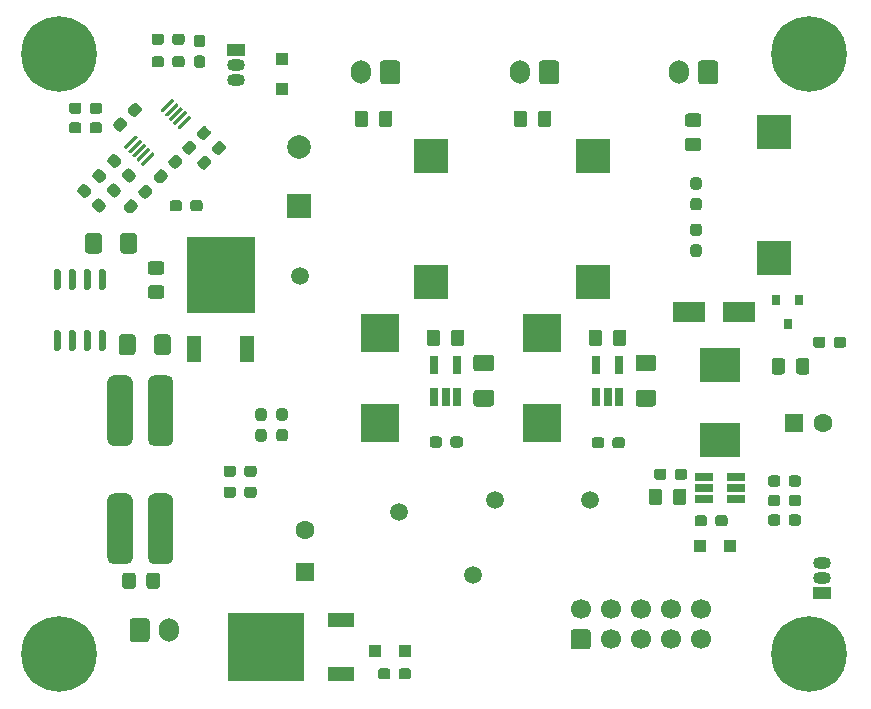
<source format=gts>
G04 #@! TF.GenerationSoftware,KiCad,Pcbnew,(5.1.6)-1*
G04 #@! TF.CreationDate,2020-11-18T04:23:11-08:00*
G04 #@! TF.ProjectId,Power Board V2,506f7765-7220-4426-9f61-72642056322e,rev?*
G04 #@! TF.SameCoordinates,Original*
G04 #@! TF.FileFunction,Soldermask,Top*
G04 #@! TF.FilePolarity,Negative*
%FSLAX46Y46*%
G04 Gerber Fmt 4.6, Leading zero omitted, Abs format (unit mm)*
G04 Created by KiCad (PCBNEW (5.1.6)-1) date 2020-11-18 04:23:11*
%MOMM*%
%LPD*%
G01*
G04 APERTURE LIST*
%ADD10R,1.000000X1.000000*%
%ADD11R,5.800001X6.400000*%
%ADD12R,1.200000X2.200000*%
%ADD13C,1.500000*%
%ADD14C,1.700000*%
%ADD15R,6.400000X5.800000*%
%ADD16R,2.200000X1.200000*%
%ADD17R,1.500000X1.050000*%
%ADD18O,1.500000X1.050000*%
%ADD19R,3.000000X3.000000*%
%ADD20R,3.300000X3.300000*%
%ADD21R,2.000000X2.000000*%
%ADD22C,2.000000*%
%ADD23R,0.800000X0.900000*%
%ADD24R,1.560000X0.650000*%
%ADD25R,0.650000X1.560000*%
%ADD26R,2.700000X1.800000*%
%ADD27O,1.700000X2.000000*%
%ADD28C,0.800000*%
%ADD29C,6.400000*%
%ADD30R,1.600000X1.600000*%
%ADD31C,1.600000*%
%ADD32R,3.500000X3.000000*%
G04 APERTURE END LIST*
D10*
X162275200Y-120332500D03*
X164775200Y-120332500D03*
D11*
X121666000Y-97409000D03*
D12*
X123946000Y-103709000D03*
X119386000Y-103709000D03*
D13*
X143002000Y-122809000D03*
G36*
G01*
X169768000Y-115109000D02*
X169768000Y-114634000D01*
G75*
G02*
X170005500Y-114396500I237500J0D01*
G01*
X170580500Y-114396500D01*
G75*
G02*
X170818000Y-114634000I0J-237500D01*
G01*
X170818000Y-115109000D01*
G75*
G02*
X170580500Y-115346500I-237500J0D01*
G01*
X170005500Y-115346500D01*
G75*
G02*
X169768000Y-115109000I0J237500D01*
G01*
G37*
G36*
G01*
X168018000Y-115109000D02*
X168018000Y-114634000D01*
G75*
G02*
X168255500Y-114396500I237500J0D01*
G01*
X168830500Y-114396500D01*
G75*
G02*
X169068000Y-114634000I0J-237500D01*
G01*
X169068000Y-115109000D01*
G75*
G02*
X168830500Y-115346500I-237500J0D01*
G01*
X168255500Y-115346500D01*
G75*
G02*
X168018000Y-115109000I0J237500D01*
G01*
G37*
D10*
X137267000Y-129286000D03*
X134767000Y-129286000D03*
G36*
G01*
X152746000Y-129120000D02*
X151546000Y-129120000D01*
G75*
G02*
X151296000Y-128870000I0J250000D01*
G01*
X151296000Y-127670000D01*
G75*
G02*
X151546000Y-127420000I250000J0D01*
G01*
X152746000Y-127420000D01*
G75*
G02*
X152996000Y-127670000I0J-250000D01*
G01*
X152996000Y-128870000D01*
G75*
G02*
X152746000Y-129120000I-250000J0D01*
G01*
G37*
D14*
X154686000Y-128270000D03*
X157226000Y-128270000D03*
X159766000Y-128270000D03*
X162306000Y-128270000D03*
X152146000Y-125730000D03*
X154686000Y-125730000D03*
X157226000Y-125730000D03*
X159766000Y-125730000D03*
X162306000Y-125730000D03*
G36*
G01*
X136748000Y-131428500D02*
X136748000Y-130953500D01*
G75*
G02*
X136985500Y-130716000I237500J0D01*
G01*
X137560500Y-130716000D01*
G75*
G02*
X137798000Y-130953500I0J-237500D01*
G01*
X137798000Y-131428500D01*
G75*
G02*
X137560500Y-131666000I-237500J0D01*
G01*
X136985500Y-131666000D01*
G75*
G02*
X136748000Y-131428500I0J237500D01*
G01*
G37*
G36*
G01*
X134998000Y-131428500D02*
X134998000Y-130953500D01*
G75*
G02*
X135235500Y-130716000I237500J0D01*
G01*
X135810500Y-130716000D01*
G75*
G02*
X136048000Y-130953500I0J-237500D01*
G01*
X136048000Y-131428500D01*
G75*
G02*
X135810500Y-131666000I-237500J0D01*
G01*
X135235500Y-131666000D01*
G75*
G02*
X134998000Y-131428500I0J237500D01*
G01*
G37*
D15*
X125535000Y-128905000D03*
D16*
X131835000Y-126625000D03*
X131835000Y-131185000D03*
G36*
G01*
X119095000Y-91804500D02*
X119095000Y-91329500D01*
G75*
G02*
X119332500Y-91092000I237500J0D01*
G01*
X119907500Y-91092000D01*
G75*
G02*
X120145000Y-91329500I0J-237500D01*
G01*
X120145000Y-91804500D01*
G75*
G02*
X119907500Y-92042000I-237500J0D01*
G01*
X119332500Y-92042000D01*
G75*
G02*
X119095000Y-91804500I0J237500D01*
G01*
G37*
G36*
G01*
X117345000Y-91804500D02*
X117345000Y-91329500D01*
G75*
G02*
X117582500Y-91092000I237500J0D01*
G01*
X118157500Y-91092000D01*
G75*
G02*
X118395000Y-91329500I0J-237500D01*
G01*
X118395000Y-91804500D01*
G75*
G02*
X118157500Y-92042000I-237500J0D01*
G01*
X117582500Y-92042000D01*
G75*
G02*
X117345000Y-91804500I0J237500D01*
G01*
G37*
D10*
X126873000Y-79141000D03*
X126873000Y-81641000D03*
G36*
G01*
X169068000Y-116285000D02*
X169068000Y-116760000D01*
G75*
G02*
X168830500Y-116997500I-237500J0D01*
G01*
X168255500Y-116997500D01*
G75*
G02*
X168018000Y-116760000I0J237500D01*
G01*
X168018000Y-116285000D01*
G75*
G02*
X168255500Y-116047500I237500J0D01*
G01*
X168830500Y-116047500D01*
G75*
G02*
X169068000Y-116285000I0J-237500D01*
G01*
G37*
G36*
G01*
X170818000Y-116285000D02*
X170818000Y-116760000D01*
G75*
G02*
X170580500Y-116997500I-237500J0D01*
G01*
X170005500Y-116997500D01*
G75*
G02*
X169768000Y-116760000I0J237500D01*
G01*
X169768000Y-116285000D01*
G75*
G02*
X170005500Y-116047500I237500J0D01*
G01*
X170580500Y-116047500D01*
G75*
G02*
X170818000Y-116285000I0J-237500D01*
G01*
G37*
D17*
X122936000Y-78359000D03*
D18*
X122936000Y-80899000D03*
X122936000Y-79629000D03*
D19*
X139509500Y-87360000D03*
X139509500Y-98060000D03*
X153225500Y-87360000D03*
X153225500Y-98060000D03*
X168529000Y-96028000D03*
X168529000Y-85328000D03*
G36*
G01*
X120456011Y-84871913D02*
X120791887Y-85207789D01*
G75*
G02*
X120791887Y-85543665I-167938J-167938D01*
G01*
X120385301Y-85950251D01*
G75*
G02*
X120049425Y-85950251I-167938J167938D01*
G01*
X119713549Y-85614375D01*
G75*
G02*
X119713549Y-85278499I167938J167938D01*
G01*
X120120135Y-84871913D01*
G75*
G02*
X120456011Y-84871913I167938J-167938D01*
G01*
G37*
G36*
G01*
X119218575Y-86109349D02*
X119554451Y-86445225D01*
G75*
G02*
X119554451Y-86781101I-167938J-167938D01*
G01*
X119147865Y-87187687D01*
G75*
G02*
X118811989Y-87187687I-167938J167938D01*
G01*
X118476113Y-86851811D01*
G75*
G02*
X118476113Y-86515935I167938J167938D01*
G01*
X118882699Y-86109349D01*
G75*
G02*
X119218575Y-86109349I167938J-167938D01*
G01*
G37*
G36*
G01*
X120125500Y-78136000D02*
X119650500Y-78136000D01*
G75*
G02*
X119413000Y-77898500I0J237500D01*
G01*
X119413000Y-77323500D01*
G75*
G02*
X119650500Y-77086000I237500J0D01*
G01*
X120125500Y-77086000D01*
G75*
G02*
X120363000Y-77323500I0J-237500D01*
G01*
X120363000Y-77898500D01*
G75*
G02*
X120125500Y-78136000I-237500J0D01*
G01*
G37*
G36*
G01*
X120125500Y-79886000D02*
X119650500Y-79886000D01*
G75*
G02*
X119413000Y-79648500I0J237500D01*
G01*
X119413000Y-79073500D01*
G75*
G02*
X119650500Y-78836000I237500J0D01*
G01*
X120125500Y-78836000D01*
G75*
G02*
X120363000Y-79073500I0J-237500D01*
G01*
X120363000Y-79648500D01*
G75*
G02*
X120125500Y-79886000I-237500J0D01*
G01*
G37*
G36*
G01*
X110586000Y-85200500D02*
X110586000Y-84725500D01*
G75*
G02*
X110823500Y-84488000I237500J0D01*
G01*
X111398500Y-84488000D01*
G75*
G02*
X111636000Y-84725500I0J-237500D01*
G01*
X111636000Y-85200500D01*
G75*
G02*
X111398500Y-85438000I-237500J0D01*
G01*
X110823500Y-85438000D01*
G75*
G02*
X110586000Y-85200500I0J237500D01*
G01*
G37*
G36*
G01*
X108836000Y-85200500D02*
X108836000Y-84725500D01*
G75*
G02*
X109073500Y-84488000I237500J0D01*
G01*
X109648500Y-84488000D01*
G75*
G02*
X109886000Y-84725500I0J-237500D01*
G01*
X109886000Y-85200500D01*
G75*
G02*
X109648500Y-85438000I-237500J0D01*
G01*
X109073500Y-85438000D01*
G75*
G02*
X108836000Y-85200500I0J237500D01*
G01*
G37*
G36*
G01*
X110664451Y-90516575D02*
X110328575Y-90852451D01*
G75*
G02*
X109992699Y-90852451I-167938J167938D01*
G01*
X109586113Y-90445865D01*
G75*
G02*
X109586113Y-90109989I167938J167938D01*
G01*
X109921989Y-89774113D01*
G75*
G02*
X110257865Y-89774113I167938J-167938D01*
G01*
X110664451Y-90180699D01*
G75*
G02*
X110664451Y-90516575I-167938J-167938D01*
G01*
G37*
G36*
G01*
X111901887Y-91754011D02*
X111566011Y-92089887D01*
G75*
G02*
X111230135Y-92089887I-167938J167938D01*
G01*
X110823549Y-91683301D01*
G75*
G02*
X110823549Y-91347425I167938J167938D01*
G01*
X111159425Y-91011549D01*
G75*
G02*
X111495301Y-91011549I167938J-167938D01*
G01*
X111901887Y-91418135D01*
G75*
G02*
X111901887Y-91754011I-167938J-167938D01*
G01*
G37*
D20*
X135191500Y-102372000D03*
X135191500Y-109972000D03*
X148907500Y-102372000D03*
X148907500Y-109972000D03*
G36*
G01*
X112081500Y-121381500D02*
X112081500Y-116456500D01*
G75*
G02*
X112619000Y-115919000I537500J0D01*
G01*
X113694000Y-115919000D01*
G75*
G02*
X114231500Y-116456500I0J-537500D01*
G01*
X114231500Y-121381500D01*
G75*
G02*
X113694000Y-121919000I-537500J0D01*
G01*
X112619000Y-121919000D01*
G75*
G02*
X112081500Y-121381500I0J537500D01*
G01*
G37*
G36*
G01*
X115511500Y-121381500D02*
X115511500Y-116456500D01*
G75*
G02*
X116049000Y-115919000I537500J0D01*
G01*
X117124000Y-115919000D01*
G75*
G02*
X117661500Y-116456500I0J-537500D01*
G01*
X117661500Y-121381500D01*
G75*
G02*
X117124000Y-121919000I-537500J0D01*
G01*
X116049000Y-121919000D01*
G75*
G02*
X115511500Y-121381500I0J537500D01*
G01*
G37*
G36*
G01*
X115511500Y-111381500D02*
X115511500Y-106456500D01*
G75*
G02*
X116049000Y-105919000I537500J0D01*
G01*
X117124000Y-105919000D01*
G75*
G02*
X117661500Y-106456500I0J-537500D01*
G01*
X117661500Y-111381500D01*
G75*
G02*
X117124000Y-111919000I-537500J0D01*
G01*
X116049000Y-111919000D01*
G75*
G02*
X115511500Y-111381500I0J537500D01*
G01*
G37*
G36*
G01*
X112081500Y-111381500D02*
X112081500Y-106456500D01*
G75*
G02*
X112619000Y-105919000I537500J0D01*
G01*
X113694000Y-105919000D01*
G75*
G02*
X114231500Y-106456500I0J-537500D01*
G01*
X114231500Y-111381500D01*
G75*
G02*
X113694000Y-111919000I-537500J0D01*
G01*
X112619000Y-111919000D01*
G75*
G02*
X112081500Y-111381500I0J537500D01*
G01*
G37*
D21*
X128270000Y-91567000D03*
D22*
X128270000Y-86567000D03*
G36*
G01*
X121319425Y-87220251D02*
X120983549Y-86884375D01*
G75*
G02*
X120983549Y-86548499I167938J167938D01*
G01*
X121390135Y-86141913D01*
G75*
G02*
X121726011Y-86141913I167938J-167938D01*
G01*
X122061887Y-86477789D01*
G75*
G02*
X122061887Y-86813665I-167938J-167938D01*
G01*
X121655301Y-87220251D01*
G75*
G02*
X121319425Y-87220251I-167938J167938D01*
G01*
G37*
G36*
G01*
X120081989Y-88457687D02*
X119746113Y-88121811D01*
G75*
G02*
X119746113Y-87785935I167938J167938D01*
G01*
X120152699Y-87379349D01*
G75*
G02*
X120488575Y-87379349I167938J-167938D01*
G01*
X120824451Y-87715225D01*
G75*
G02*
X120824451Y-88051101I-167938J-167938D01*
G01*
X120417865Y-88457687D01*
G75*
G02*
X120081989Y-88457687I-167938J167938D01*
G01*
G37*
G36*
G01*
X116871000Y-77232500D02*
X116871000Y-77707500D01*
G75*
G02*
X116633500Y-77945000I-237500J0D01*
G01*
X116058500Y-77945000D01*
G75*
G02*
X115821000Y-77707500I0J237500D01*
G01*
X115821000Y-77232500D01*
G75*
G02*
X116058500Y-76995000I237500J0D01*
G01*
X116633500Y-76995000D01*
G75*
G02*
X116871000Y-77232500I0J-237500D01*
G01*
G37*
G36*
G01*
X118621000Y-77232500D02*
X118621000Y-77707500D01*
G75*
G02*
X118383500Y-77945000I-237500J0D01*
G01*
X117808500Y-77945000D01*
G75*
G02*
X117571000Y-77707500I0J237500D01*
G01*
X117571000Y-77232500D01*
G75*
G02*
X117808500Y-76995000I237500J0D01*
G01*
X118383500Y-76995000D01*
G75*
G02*
X118621000Y-77232500I0J-237500D01*
G01*
G37*
G36*
G01*
X118621000Y-79137500D02*
X118621000Y-79612500D01*
G75*
G02*
X118383500Y-79850000I-237500J0D01*
G01*
X117808500Y-79850000D01*
G75*
G02*
X117571000Y-79612500I0J237500D01*
G01*
X117571000Y-79137500D01*
G75*
G02*
X117808500Y-78900000I237500J0D01*
G01*
X118383500Y-78900000D01*
G75*
G02*
X118621000Y-79137500I0J-237500D01*
G01*
G37*
G36*
G01*
X116871000Y-79137500D02*
X116871000Y-79612500D01*
G75*
G02*
X116633500Y-79850000I-237500J0D01*
G01*
X116058500Y-79850000D01*
G75*
G02*
X115821000Y-79612500I0J237500D01*
G01*
X115821000Y-79137500D01*
G75*
G02*
X116058500Y-78900000I237500J0D01*
G01*
X116633500Y-78900000D01*
G75*
G02*
X116871000Y-79137500I0J-237500D01*
G01*
G37*
G36*
G01*
X116398989Y-89613387D02*
X116063113Y-89277511D01*
G75*
G02*
X116063113Y-88941635I167938J167938D01*
G01*
X116469699Y-88535049D01*
G75*
G02*
X116805575Y-88535049I167938J-167938D01*
G01*
X117141451Y-88870925D01*
G75*
G02*
X117141451Y-89206801I-167938J-167938D01*
G01*
X116734865Y-89613387D01*
G75*
G02*
X116398989Y-89613387I-167938J167938D01*
G01*
G37*
G36*
G01*
X117636425Y-88375951D02*
X117300549Y-88040075D01*
G75*
G02*
X117300549Y-87704199I167938J167938D01*
G01*
X117707135Y-87297613D01*
G75*
G02*
X118043011Y-87297613I167938J-167938D01*
G01*
X118378887Y-87633489D01*
G75*
G02*
X118378887Y-87969365I-167938J-167938D01*
G01*
X117972301Y-88375951D01*
G75*
G02*
X117636425Y-88375951I-167938J167938D01*
G01*
G37*
G36*
G01*
X113204451Y-87976575D02*
X112868575Y-88312451D01*
G75*
G02*
X112532699Y-88312451I-167938J167938D01*
G01*
X112126113Y-87905865D01*
G75*
G02*
X112126113Y-87569989I167938J167938D01*
G01*
X112461989Y-87234113D01*
G75*
G02*
X112797865Y-87234113I167938J-167938D01*
G01*
X113204451Y-87640699D01*
G75*
G02*
X113204451Y-87976575I-167938J-167938D01*
G01*
G37*
G36*
G01*
X114441887Y-89214011D02*
X114106011Y-89549887D01*
G75*
G02*
X113770135Y-89549887I-167938J167938D01*
G01*
X113363549Y-89143301D01*
G75*
G02*
X113363549Y-88807425I167938J167938D01*
G01*
X113699425Y-88471549D01*
G75*
G02*
X114035301Y-88471549I167938J-167938D01*
G01*
X114441887Y-88878135D01*
G75*
G02*
X114441887Y-89214011I-167938J-167938D01*
G01*
G37*
G36*
G01*
X116655001Y-99453500D02*
X115754999Y-99453500D01*
G75*
G02*
X115505000Y-99203501I0J249999D01*
G01*
X115505000Y-98553499D01*
G75*
G02*
X115754999Y-98303500I249999J0D01*
G01*
X116655001Y-98303500D01*
G75*
G02*
X116905000Y-98553499I0J-249999D01*
G01*
X116905000Y-99203501D01*
G75*
G02*
X116655001Y-99453500I-249999J0D01*
G01*
G37*
G36*
G01*
X116655001Y-97403500D02*
X115754999Y-97403500D01*
G75*
G02*
X115505000Y-97153501I0J249999D01*
G01*
X115505000Y-96503499D01*
G75*
G02*
X115754999Y-96253500I249999J0D01*
G01*
X116655001Y-96253500D01*
G75*
G02*
X116905000Y-96503499I0J-249999D01*
G01*
X116905000Y-97153501D01*
G75*
G02*
X116655001Y-97403500I-249999J0D01*
G01*
G37*
G36*
G01*
X159062000Y-115754999D02*
X159062000Y-116655001D01*
G75*
G02*
X158812001Y-116905000I-249999J0D01*
G01*
X158161999Y-116905000D01*
G75*
G02*
X157912000Y-116655001I0J249999D01*
G01*
X157912000Y-115754999D01*
G75*
G02*
X158161999Y-115505000I249999J0D01*
G01*
X158812001Y-115505000D01*
G75*
G02*
X159062000Y-115754999I0J-249999D01*
G01*
G37*
G36*
G01*
X161112000Y-115754999D02*
X161112000Y-116655001D01*
G75*
G02*
X160862001Y-116905000I-249999J0D01*
G01*
X160211999Y-116905000D01*
G75*
G02*
X159962000Y-116655001I0J249999D01*
G01*
X159962000Y-115754999D01*
G75*
G02*
X160211999Y-115505000I249999J0D01*
G01*
X160862001Y-115505000D01*
G75*
G02*
X161112000Y-115754999I0J-249999D01*
G01*
G37*
G36*
G01*
X168326000Y-105606001D02*
X168326000Y-104705999D01*
G75*
G02*
X168575999Y-104456000I249999J0D01*
G01*
X169226001Y-104456000D01*
G75*
G02*
X169476000Y-104705999I0J-249999D01*
G01*
X169476000Y-105606001D01*
G75*
G02*
X169226001Y-105856000I-249999J0D01*
G01*
X168575999Y-105856000D01*
G75*
G02*
X168326000Y-105606001I0J249999D01*
G01*
G37*
G36*
G01*
X170376000Y-105606001D02*
X170376000Y-104705999D01*
G75*
G02*
X170625999Y-104456000I249999J0D01*
G01*
X171276001Y-104456000D01*
G75*
G02*
X171526000Y-104705999I0J-249999D01*
G01*
X171526000Y-105606001D01*
G75*
G02*
X171276001Y-105856000I-249999J0D01*
G01*
X170625999Y-105856000D01*
G75*
G02*
X170376000Y-105606001I0J249999D01*
G01*
G37*
G36*
G01*
X141166000Y-103193001D02*
X141166000Y-102292999D01*
G75*
G02*
X141415999Y-102043000I249999J0D01*
G01*
X142066001Y-102043000D01*
G75*
G02*
X142316000Y-102292999I0J-249999D01*
G01*
X142316000Y-103193001D01*
G75*
G02*
X142066001Y-103443000I-249999J0D01*
G01*
X141415999Y-103443000D01*
G75*
G02*
X141166000Y-103193001I0J249999D01*
G01*
G37*
G36*
G01*
X139116000Y-103193001D02*
X139116000Y-102292999D01*
G75*
G02*
X139365999Y-102043000I249999J0D01*
G01*
X140016001Y-102043000D01*
G75*
G02*
X140266000Y-102292999I0J-249999D01*
G01*
X140266000Y-103193001D01*
G75*
G02*
X140016001Y-103443000I-249999J0D01*
G01*
X139365999Y-103443000D01*
G75*
G02*
X139116000Y-103193001I0J249999D01*
G01*
G37*
G36*
G01*
X136220000Y-83750999D02*
X136220000Y-84651001D01*
G75*
G02*
X135970001Y-84901000I-249999J0D01*
G01*
X135319999Y-84901000D01*
G75*
G02*
X135070000Y-84651001I0J249999D01*
G01*
X135070000Y-83750999D01*
G75*
G02*
X135319999Y-83501000I249999J0D01*
G01*
X135970001Y-83501000D01*
G75*
G02*
X136220000Y-83750999I0J-249999D01*
G01*
G37*
G36*
G01*
X134170000Y-83750999D02*
X134170000Y-84651001D01*
G75*
G02*
X133920001Y-84901000I-249999J0D01*
G01*
X133269999Y-84901000D01*
G75*
G02*
X133020000Y-84651001I0J249999D01*
G01*
X133020000Y-83750999D01*
G75*
G02*
X133269999Y-83501000I249999J0D01*
G01*
X133920001Y-83501000D01*
G75*
G02*
X134170000Y-83750999I0J-249999D01*
G01*
G37*
G36*
G01*
X154882000Y-103193001D02*
X154882000Y-102292999D01*
G75*
G02*
X155131999Y-102043000I249999J0D01*
G01*
X155782001Y-102043000D01*
G75*
G02*
X156032000Y-102292999I0J-249999D01*
G01*
X156032000Y-103193001D01*
G75*
G02*
X155782001Y-103443000I-249999J0D01*
G01*
X155131999Y-103443000D01*
G75*
G02*
X154882000Y-103193001I0J249999D01*
G01*
G37*
G36*
G01*
X152832000Y-103193001D02*
X152832000Y-102292999D01*
G75*
G02*
X153081999Y-102043000I249999J0D01*
G01*
X153732001Y-102043000D01*
G75*
G02*
X153982000Y-102292999I0J-249999D01*
G01*
X153982000Y-103193001D01*
G75*
G02*
X153732001Y-103443000I-249999J0D01*
G01*
X153081999Y-103443000D01*
G75*
G02*
X152832000Y-103193001I0J249999D01*
G01*
G37*
G36*
G01*
X149682000Y-83750999D02*
X149682000Y-84651001D01*
G75*
G02*
X149432001Y-84901000I-249999J0D01*
G01*
X148781999Y-84901000D01*
G75*
G02*
X148532000Y-84651001I0J249999D01*
G01*
X148532000Y-83750999D01*
G75*
G02*
X148781999Y-83501000I249999J0D01*
G01*
X149432001Y-83501000D01*
G75*
G02*
X149682000Y-83750999I0J-249999D01*
G01*
G37*
G36*
G01*
X147632000Y-83750999D02*
X147632000Y-84651001D01*
G75*
G02*
X147382001Y-84901000I-249999J0D01*
G01*
X146731999Y-84901000D01*
G75*
G02*
X146482000Y-84651001I0J249999D01*
G01*
X146482000Y-83750999D01*
G75*
G02*
X146731999Y-83501000I249999J0D01*
G01*
X147382001Y-83501000D01*
G75*
G02*
X147632000Y-83750999I0J-249999D01*
G01*
G37*
D18*
X172593000Y-123063000D03*
X172593000Y-121793000D03*
D17*
X172593000Y-124333000D03*
D23*
X170622000Y-99584000D03*
X168722000Y-99584000D03*
X169672000Y-101584000D03*
G36*
G01*
X110195000Y-95367000D02*
X110195000Y-94117000D01*
G75*
G02*
X110445000Y-93867000I250000J0D01*
G01*
X111370000Y-93867000D01*
G75*
G02*
X111620000Y-94117000I0J-250000D01*
G01*
X111620000Y-95367000D01*
G75*
G02*
X111370000Y-95617000I-250000J0D01*
G01*
X110445000Y-95617000D01*
G75*
G02*
X110195000Y-95367000I0J250000D01*
G01*
G37*
G36*
G01*
X113170000Y-95367000D02*
X113170000Y-94117000D01*
G75*
G02*
X113420000Y-93867000I250000J0D01*
G01*
X114345000Y-93867000D01*
G75*
G02*
X114595000Y-94117000I0J-250000D01*
G01*
X114595000Y-95367000D01*
G75*
G02*
X114345000Y-95617000I-250000J0D01*
G01*
X113420000Y-95617000D01*
G75*
G02*
X113170000Y-95367000I0J250000D01*
G01*
G37*
G36*
G01*
X168018000Y-118411000D02*
X168018000Y-117936000D01*
G75*
G02*
X168255500Y-117698500I237500J0D01*
G01*
X168830500Y-117698500D01*
G75*
G02*
X169068000Y-117936000I0J-237500D01*
G01*
X169068000Y-118411000D01*
G75*
G02*
X168830500Y-118648500I-237500J0D01*
G01*
X168255500Y-118648500D01*
G75*
G02*
X168018000Y-118411000I0J237500D01*
G01*
G37*
G36*
G01*
X169768000Y-118411000D02*
X169768000Y-117936000D01*
G75*
G02*
X170005500Y-117698500I237500J0D01*
G01*
X170580500Y-117698500D01*
G75*
G02*
X170818000Y-117936000I0J-237500D01*
G01*
X170818000Y-118411000D01*
G75*
G02*
X170580500Y-118648500I-237500J0D01*
G01*
X170005500Y-118648500D01*
G75*
G02*
X169768000Y-118411000I0J237500D01*
G01*
G37*
G36*
G01*
X140429500Y-111332000D02*
X140429500Y-111807000D01*
G75*
G02*
X140192000Y-112044500I-237500J0D01*
G01*
X139617000Y-112044500D01*
G75*
G02*
X139379500Y-111807000I0J237500D01*
G01*
X139379500Y-111332000D01*
G75*
G02*
X139617000Y-111094500I237500J0D01*
G01*
X140192000Y-111094500D01*
G75*
G02*
X140429500Y-111332000I0J-237500D01*
G01*
G37*
G36*
G01*
X142179500Y-111332000D02*
X142179500Y-111807000D01*
G75*
G02*
X141942000Y-112044500I-237500J0D01*
G01*
X141367000Y-112044500D01*
G75*
G02*
X141129500Y-111807000I0J237500D01*
G01*
X141129500Y-111332000D01*
G75*
G02*
X141367000Y-111094500I237500J0D01*
G01*
X141942000Y-111094500D01*
G75*
G02*
X142179500Y-111332000I0J-237500D01*
G01*
G37*
G36*
G01*
X171828000Y-103361500D02*
X171828000Y-102886500D01*
G75*
G02*
X172065500Y-102649000I237500J0D01*
G01*
X172640500Y-102649000D01*
G75*
G02*
X172878000Y-102886500I0J-237500D01*
G01*
X172878000Y-103361500D01*
G75*
G02*
X172640500Y-103599000I-237500J0D01*
G01*
X172065500Y-103599000D01*
G75*
G02*
X171828000Y-103361500I0J237500D01*
G01*
G37*
G36*
G01*
X173578000Y-103361500D02*
X173578000Y-102886500D01*
G75*
G02*
X173815500Y-102649000I237500J0D01*
G01*
X174390500Y-102649000D01*
G75*
G02*
X174628000Y-102886500I0J-237500D01*
G01*
X174628000Y-103361500D01*
G75*
G02*
X174390500Y-103599000I-237500J0D01*
G01*
X173815500Y-103599000D01*
G75*
G02*
X173578000Y-103361500I0J237500D01*
G01*
G37*
G36*
G01*
X161687500Y-90901000D02*
X162162500Y-90901000D01*
G75*
G02*
X162400000Y-91138500I0J-237500D01*
G01*
X162400000Y-91713500D01*
G75*
G02*
X162162500Y-91951000I-237500J0D01*
G01*
X161687500Y-91951000D01*
G75*
G02*
X161450000Y-91713500I0J237500D01*
G01*
X161450000Y-91138500D01*
G75*
G02*
X161687500Y-90901000I237500J0D01*
G01*
G37*
G36*
G01*
X161687500Y-89151000D02*
X162162500Y-89151000D01*
G75*
G02*
X162400000Y-89388500I0J-237500D01*
G01*
X162400000Y-89963500D01*
G75*
G02*
X162162500Y-90201000I-237500J0D01*
G01*
X161687500Y-90201000D01*
G75*
G02*
X161450000Y-89963500I0J237500D01*
G01*
X161450000Y-89388500D01*
G75*
G02*
X161687500Y-89151000I237500J0D01*
G01*
G37*
G36*
G01*
X162162500Y-95888000D02*
X161687500Y-95888000D01*
G75*
G02*
X161450000Y-95650500I0J237500D01*
G01*
X161450000Y-95075500D01*
G75*
G02*
X161687500Y-94838000I237500J0D01*
G01*
X162162500Y-94838000D01*
G75*
G02*
X162400000Y-95075500I0J-237500D01*
G01*
X162400000Y-95650500D01*
G75*
G02*
X162162500Y-95888000I-237500J0D01*
G01*
G37*
G36*
G01*
X162162500Y-94138000D02*
X161687500Y-94138000D01*
G75*
G02*
X161450000Y-93900500I0J237500D01*
G01*
X161450000Y-93325500D01*
G75*
G02*
X161687500Y-93088000I237500J0D01*
G01*
X162162500Y-93088000D01*
G75*
G02*
X162400000Y-93325500I0J-237500D01*
G01*
X162400000Y-93900500D01*
G75*
G02*
X162162500Y-94138000I-237500J0D01*
G01*
G37*
G36*
G01*
X155895500Y-111395500D02*
X155895500Y-111870500D01*
G75*
G02*
X155658000Y-112108000I-237500J0D01*
G01*
X155083000Y-112108000D01*
G75*
G02*
X154845500Y-111870500I0J237500D01*
G01*
X154845500Y-111395500D01*
G75*
G02*
X155083000Y-111158000I237500J0D01*
G01*
X155658000Y-111158000D01*
G75*
G02*
X155895500Y-111395500I0J-237500D01*
G01*
G37*
G36*
G01*
X154145500Y-111395500D02*
X154145500Y-111870500D01*
G75*
G02*
X153908000Y-112108000I-237500J0D01*
G01*
X153333000Y-112108000D01*
G75*
G02*
X153095500Y-111870500I0J237500D01*
G01*
X153095500Y-111395500D01*
G75*
G02*
X153333000Y-111158000I237500J0D01*
G01*
X153908000Y-111158000D01*
G75*
G02*
X154145500Y-111395500I0J-237500D01*
G01*
G37*
D24*
X165307000Y-116393000D03*
X165307000Y-115443000D03*
X165307000Y-114493000D03*
X162607000Y-114493000D03*
X162607000Y-116393000D03*
X162607000Y-115443000D03*
D25*
X139766000Y-105012500D03*
X141666000Y-105012500D03*
X141666000Y-107712500D03*
X140716000Y-107712500D03*
X139766000Y-107712500D03*
X153482000Y-107712500D03*
X154432000Y-107712500D03*
X155382000Y-107712500D03*
X155382000Y-105012500D03*
X153482000Y-105012500D03*
G36*
G01*
X114485000Y-122866999D02*
X114485000Y-123767001D01*
G75*
G02*
X114235001Y-124017000I-249999J0D01*
G01*
X113584999Y-124017000D01*
G75*
G02*
X113335000Y-123767001I0J249999D01*
G01*
X113335000Y-122866999D01*
G75*
G02*
X113584999Y-122617000I249999J0D01*
G01*
X114235001Y-122617000D01*
G75*
G02*
X114485000Y-122866999I0J-249999D01*
G01*
G37*
G36*
G01*
X116535000Y-122866999D02*
X116535000Y-123767001D01*
G75*
G02*
X116285001Y-124017000I-249999J0D01*
G01*
X115634999Y-124017000D01*
G75*
G02*
X115385000Y-123767001I0J249999D01*
G01*
X115385000Y-122866999D01*
G75*
G02*
X115634999Y-122617000I249999J0D01*
G01*
X116285001Y-122617000D01*
G75*
G02*
X116535000Y-122866999I0J-249999D01*
G01*
G37*
G36*
G01*
X123667000Y-116061500D02*
X123667000Y-115586500D01*
G75*
G02*
X123904500Y-115349000I237500J0D01*
G01*
X124479500Y-115349000D01*
G75*
G02*
X124717000Y-115586500I0J-237500D01*
G01*
X124717000Y-116061500D01*
G75*
G02*
X124479500Y-116299000I-237500J0D01*
G01*
X123904500Y-116299000D01*
G75*
G02*
X123667000Y-116061500I0J237500D01*
G01*
G37*
G36*
G01*
X121917000Y-116061500D02*
X121917000Y-115586500D01*
G75*
G02*
X122154500Y-115349000I237500J0D01*
G01*
X122729500Y-115349000D01*
G75*
G02*
X122967000Y-115586500I0J-237500D01*
G01*
X122967000Y-116061500D01*
G75*
G02*
X122729500Y-116299000I-237500J0D01*
G01*
X122154500Y-116299000D01*
G75*
G02*
X121917000Y-116061500I0J237500D01*
G01*
G37*
G36*
G01*
X124717000Y-113808500D02*
X124717000Y-114283500D01*
G75*
G02*
X124479500Y-114521000I-237500J0D01*
G01*
X123904500Y-114521000D01*
G75*
G02*
X123667000Y-114283500I0J237500D01*
G01*
X123667000Y-113808500D01*
G75*
G02*
X123904500Y-113571000I237500J0D01*
G01*
X124479500Y-113571000D01*
G75*
G02*
X124717000Y-113808500I0J-237500D01*
G01*
G37*
G36*
G01*
X122967000Y-113808500D02*
X122967000Y-114283500D01*
G75*
G02*
X122729500Y-114521000I-237500J0D01*
G01*
X122154500Y-114521000D01*
G75*
G02*
X121917000Y-114283500I0J237500D01*
G01*
X121917000Y-113808500D01*
G75*
G02*
X122154500Y-113571000I237500J0D01*
G01*
X122729500Y-113571000D01*
G75*
G02*
X122967000Y-113808500I0J-237500D01*
G01*
G37*
G36*
G01*
X126635500Y-110459000D02*
X127110500Y-110459000D01*
G75*
G02*
X127348000Y-110696500I0J-237500D01*
G01*
X127348000Y-111271500D01*
G75*
G02*
X127110500Y-111509000I-237500J0D01*
G01*
X126635500Y-111509000D01*
G75*
G02*
X126398000Y-111271500I0J237500D01*
G01*
X126398000Y-110696500D01*
G75*
G02*
X126635500Y-110459000I237500J0D01*
G01*
G37*
G36*
G01*
X126635500Y-108709000D02*
X127110500Y-108709000D01*
G75*
G02*
X127348000Y-108946500I0J-237500D01*
G01*
X127348000Y-109521500D01*
G75*
G02*
X127110500Y-109759000I-237500J0D01*
G01*
X126635500Y-109759000D01*
G75*
G02*
X126398000Y-109521500I0J237500D01*
G01*
X126398000Y-108946500D01*
G75*
G02*
X126635500Y-108709000I237500J0D01*
G01*
G37*
G36*
G01*
X125332500Y-111523000D02*
X124857500Y-111523000D01*
G75*
G02*
X124620000Y-111285500I0J237500D01*
G01*
X124620000Y-110710500D01*
G75*
G02*
X124857500Y-110473000I237500J0D01*
G01*
X125332500Y-110473000D01*
G75*
G02*
X125570000Y-110710500I0J-237500D01*
G01*
X125570000Y-111285500D01*
G75*
G02*
X125332500Y-111523000I-237500J0D01*
G01*
G37*
G36*
G01*
X125332500Y-109773000D02*
X124857500Y-109773000D01*
G75*
G02*
X124620000Y-109535500I0J237500D01*
G01*
X124620000Y-108960500D01*
G75*
G02*
X124857500Y-108723000I237500J0D01*
G01*
X125332500Y-108723000D01*
G75*
G02*
X125570000Y-108960500I0J-237500D01*
G01*
X125570000Y-109535500D01*
G75*
G02*
X125332500Y-109773000I-237500J0D01*
G01*
G37*
D26*
X165549000Y-100584000D03*
X161349000Y-100584000D03*
G36*
G01*
X113958000Y-128258000D02*
X113958000Y-126758000D01*
G75*
G02*
X114208000Y-126508000I250000J0D01*
G01*
X115408000Y-126508000D01*
G75*
G02*
X115658000Y-126758000I0J-250000D01*
G01*
X115658000Y-128258000D01*
G75*
G02*
X115408000Y-128508000I-250000J0D01*
G01*
X114208000Y-128508000D01*
G75*
G02*
X113958000Y-128258000I0J250000D01*
G01*
G37*
D27*
X117308000Y-127508000D03*
G36*
G01*
X136867000Y-79514000D02*
X136867000Y-81014000D01*
G75*
G02*
X136617000Y-81264000I-250000J0D01*
G01*
X135417000Y-81264000D01*
G75*
G02*
X135167000Y-81014000I0J250000D01*
G01*
X135167000Y-79514000D01*
G75*
G02*
X135417000Y-79264000I250000J0D01*
G01*
X136617000Y-79264000D01*
G75*
G02*
X136867000Y-79514000I0J-250000D01*
G01*
G37*
X133517000Y-80264000D03*
X146979000Y-80264000D03*
G36*
G01*
X150329000Y-79514000D02*
X150329000Y-81014000D01*
G75*
G02*
X150079000Y-81264000I-250000J0D01*
G01*
X148879000Y-81264000D01*
G75*
G02*
X148629000Y-81014000I0J250000D01*
G01*
X148629000Y-79514000D01*
G75*
G02*
X148879000Y-79264000I250000J0D01*
G01*
X150079000Y-79264000D01*
G75*
G02*
X150329000Y-79514000I0J-250000D01*
G01*
G37*
G36*
G01*
X163791000Y-79514000D02*
X163791000Y-81014000D01*
G75*
G02*
X163541000Y-81264000I-250000J0D01*
G01*
X162341000Y-81264000D01*
G75*
G02*
X162091000Y-81014000I0J250000D01*
G01*
X162091000Y-79514000D01*
G75*
G02*
X162341000Y-79264000I250000J0D01*
G01*
X163541000Y-79264000D01*
G75*
G02*
X163791000Y-79514000I0J-250000D01*
G01*
G37*
X160441000Y-80264000D03*
G36*
G01*
X160116000Y-114537500D02*
X160116000Y-114062500D01*
G75*
G02*
X160353500Y-113825000I237500J0D01*
G01*
X160928500Y-113825000D01*
G75*
G02*
X161166000Y-114062500I0J-237500D01*
G01*
X161166000Y-114537500D01*
G75*
G02*
X160928500Y-114775000I-237500J0D01*
G01*
X160353500Y-114775000D01*
G75*
G02*
X160116000Y-114537500I0J237500D01*
G01*
G37*
G36*
G01*
X158366000Y-114537500D02*
X158366000Y-114062500D01*
G75*
G02*
X158603500Y-113825000I237500J0D01*
G01*
X159178500Y-113825000D01*
G75*
G02*
X159416000Y-114062500I0J-237500D01*
G01*
X159416000Y-114537500D01*
G75*
G02*
X159178500Y-114775000I-237500J0D01*
G01*
X158603500Y-114775000D01*
G75*
G02*
X158366000Y-114537500I0J237500D01*
G01*
G37*
D28*
X109647056Y-77042944D03*
X107950000Y-76340000D03*
X106252944Y-77042944D03*
X105550000Y-78740000D03*
X106252944Y-80437056D03*
X107950000Y-81140000D03*
X109647056Y-80437056D03*
X110350000Y-78740000D03*
D29*
X107950000Y-78740000D03*
X171450000Y-129540000D03*
D28*
X173850000Y-129540000D03*
X173147056Y-131237056D03*
X171450000Y-131940000D03*
X169752944Y-131237056D03*
X169050000Y-129540000D03*
X169752944Y-127842944D03*
X171450000Y-127140000D03*
X173147056Y-127842944D03*
X173147056Y-77042944D03*
X171450000Y-76340000D03*
X169752944Y-77042944D03*
X169050000Y-78740000D03*
X169752944Y-80437056D03*
X171450000Y-81140000D03*
X173147056Y-80437056D03*
X173850000Y-78740000D03*
D29*
X171450000Y-78740000D03*
X107950000Y-129540000D03*
D28*
X110350000Y-129540000D03*
X109647056Y-131237056D03*
X107950000Y-131940000D03*
X106252944Y-131237056D03*
X105550000Y-129540000D03*
X106252944Y-127842944D03*
X107950000Y-127140000D03*
X109647056Y-127842944D03*
D30*
X128778000Y-122555000D03*
D31*
X128778000Y-119055000D03*
D13*
X128397000Y-97536000D03*
X136779000Y-117475000D03*
X152908000Y-116459000D03*
X144907000Y-116459000D03*
G36*
G01*
X113858989Y-92153387D02*
X113523113Y-91817511D01*
G75*
G02*
X113523113Y-91481635I167938J167938D01*
G01*
X113929699Y-91075049D01*
G75*
G02*
X114265575Y-91075049I167938J-167938D01*
G01*
X114601451Y-91410925D01*
G75*
G02*
X114601451Y-91746801I-167938J-167938D01*
G01*
X114194865Y-92153387D01*
G75*
G02*
X113858989Y-92153387I-167938J167938D01*
G01*
G37*
G36*
G01*
X115096425Y-90915951D02*
X114760549Y-90580075D01*
G75*
G02*
X114760549Y-90244199I167938J167938D01*
G01*
X115167135Y-89837613D01*
G75*
G02*
X115503011Y-89837613I167938J-167938D01*
G01*
X115838887Y-90173489D01*
G75*
G02*
X115838887Y-90509365I-167938J-167938D01*
G01*
X115432301Y-90915951D01*
G75*
G02*
X115096425Y-90915951I-167938J167938D01*
G01*
G37*
G36*
G01*
X162845000Y-117999500D02*
X162845000Y-118474500D01*
G75*
G02*
X162607500Y-118712000I-237500J0D01*
G01*
X162032500Y-118712000D01*
G75*
G02*
X161795000Y-118474500I0J237500D01*
G01*
X161795000Y-117999500D01*
G75*
G02*
X162032500Y-117762000I237500J0D01*
G01*
X162607500Y-117762000D01*
G75*
G02*
X162845000Y-117999500I0J-237500D01*
G01*
G37*
G36*
G01*
X164595000Y-117999500D02*
X164595000Y-118474500D01*
G75*
G02*
X164357500Y-118712000I-237500J0D01*
G01*
X163782500Y-118712000D01*
G75*
G02*
X163545000Y-118474500I0J237500D01*
G01*
X163545000Y-117999500D01*
G75*
G02*
X163782500Y-117762000I237500J0D01*
G01*
X164357500Y-117762000D01*
G75*
G02*
X164595000Y-117999500I0J-237500D01*
G01*
G37*
G36*
G01*
X161220999Y-83744000D02*
X162121001Y-83744000D01*
G75*
G02*
X162371000Y-83993999I0J-249999D01*
G01*
X162371000Y-84644001D01*
G75*
G02*
X162121001Y-84894000I-249999J0D01*
G01*
X161220999Y-84894000D01*
G75*
G02*
X160971000Y-84644001I0J249999D01*
G01*
X160971000Y-83993999D01*
G75*
G02*
X161220999Y-83744000I249999J0D01*
G01*
G37*
G36*
G01*
X161220999Y-85794000D02*
X162121001Y-85794000D01*
G75*
G02*
X162371000Y-86043999I0J-249999D01*
G01*
X162371000Y-86694001D01*
G75*
G02*
X162121001Y-86944000I-249999J0D01*
G01*
X161220999Y-86944000D01*
G75*
G02*
X160971000Y-86694001I0J249999D01*
G01*
X160971000Y-86043999D01*
G75*
G02*
X161220999Y-85794000I249999J0D01*
G01*
G37*
G36*
G01*
X143329500Y-107137500D02*
X144579500Y-107137500D01*
G75*
G02*
X144829500Y-107387500I0J-250000D01*
G01*
X144829500Y-108312500D01*
G75*
G02*
X144579500Y-108562500I-250000J0D01*
G01*
X143329500Y-108562500D01*
G75*
G02*
X143079500Y-108312500I0J250000D01*
G01*
X143079500Y-107387500D01*
G75*
G02*
X143329500Y-107137500I250000J0D01*
G01*
G37*
G36*
G01*
X143329500Y-104162500D02*
X144579500Y-104162500D01*
G75*
G02*
X144829500Y-104412500I0J-250000D01*
G01*
X144829500Y-105337500D01*
G75*
G02*
X144579500Y-105587500I-250000J0D01*
G01*
X143329500Y-105587500D01*
G75*
G02*
X143079500Y-105337500I0J250000D01*
G01*
X143079500Y-104412500D01*
G75*
G02*
X143329500Y-104162500I250000J0D01*
G01*
G37*
G36*
G01*
X157058200Y-104162500D02*
X158308200Y-104162500D01*
G75*
G02*
X158558200Y-104412500I0J-250000D01*
G01*
X158558200Y-105337500D01*
G75*
G02*
X158308200Y-105587500I-250000J0D01*
G01*
X157058200Y-105587500D01*
G75*
G02*
X156808200Y-105337500I0J250000D01*
G01*
X156808200Y-104412500D01*
G75*
G02*
X157058200Y-104162500I250000J0D01*
G01*
G37*
G36*
G01*
X157058200Y-107137500D02*
X158308200Y-107137500D01*
G75*
G02*
X158558200Y-107387500I0J-250000D01*
G01*
X158558200Y-108312500D01*
G75*
G02*
X158308200Y-108562500I-250000J0D01*
G01*
X157058200Y-108562500D01*
G75*
G02*
X156808200Y-108312500I0J250000D01*
G01*
X156808200Y-107387500D01*
G75*
G02*
X157058200Y-107137500I250000J0D01*
G01*
G37*
G36*
G01*
X113171887Y-90484011D02*
X112836011Y-90819887D01*
G75*
G02*
X112500135Y-90819887I-167938J167938D01*
G01*
X112093549Y-90413301D01*
G75*
G02*
X112093549Y-90077425I167938J167938D01*
G01*
X112429425Y-89741549D01*
G75*
G02*
X112765301Y-89741549I167938J-167938D01*
G01*
X113171887Y-90148135D01*
G75*
G02*
X113171887Y-90484011I-167938J-167938D01*
G01*
G37*
G36*
G01*
X111934451Y-89246575D02*
X111598575Y-89582451D01*
G75*
G02*
X111262699Y-89582451I-167938J167938D01*
G01*
X110856113Y-89175865D01*
G75*
G02*
X110856113Y-88839989I167938J167938D01*
G01*
X111191989Y-88504113D01*
G75*
G02*
X111527865Y-88504113I167938J-167938D01*
G01*
X111934451Y-88910699D01*
G75*
G02*
X111934451Y-89246575I-167938J-167938D01*
G01*
G37*
G36*
G01*
X110586000Y-83549500D02*
X110586000Y-83074500D01*
G75*
G02*
X110823500Y-82837000I237500J0D01*
G01*
X111398500Y-82837000D01*
G75*
G02*
X111636000Y-83074500I0J-237500D01*
G01*
X111636000Y-83549500D01*
G75*
G02*
X111398500Y-83787000I-237500J0D01*
G01*
X110823500Y-83787000D01*
G75*
G02*
X110586000Y-83549500I0J237500D01*
G01*
G37*
G36*
G01*
X108836000Y-83549500D02*
X108836000Y-83074500D01*
G75*
G02*
X109073500Y-82837000I237500J0D01*
G01*
X109648500Y-82837000D01*
G75*
G02*
X109886000Y-83074500I0J-237500D01*
G01*
X109886000Y-83549500D01*
G75*
G02*
X109648500Y-83787000I-237500J0D01*
G01*
X109073500Y-83787000D01*
G75*
G02*
X108836000Y-83549500I0J237500D01*
G01*
G37*
G36*
G01*
X112969989Y-85231887D02*
X112634113Y-84896011D01*
G75*
G02*
X112634113Y-84560135I167938J167938D01*
G01*
X113040699Y-84153549D01*
G75*
G02*
X113376575Y-84153549I167938J-167938D01*
G01*
X113712451Y-84489425D01*
G75*
G02*
X113712451Y-84825301I-167938J-167938D01*
G01*
X113305865Y-85231887D01*
G75*
G02*
X112969989Y-85231887I-167938J167938D01*
G01*
G37*
G36*
G01*
X114207425Y-83994451D02*
X113871549Y-83658575D01*
G75*
G02*
X113871549Y-83322699I167938J167938D01*
G01*
X114278135Y-82916113D01*
G75*
G02*
X114614011Y-82916113I167938J-167938D01*
G01*
X114949887Y-83251989D01*
G75*
G02*
X114949887Y-83587865I-167938J-167938D01*
G01*
X114543301Y-83994451D01*
G75*
G02*
X114207425Y-83994451I-167938J167938D01*
G01*
G37*
G36*
G01*
X113052500Y-103952200D02*
X113052500Y-102702200D01*
G75*
G02*
X113302500Y-102452200I250000J0D01*
G01*
X114227500Y-102452200D01*
G75*
G02*
X114477500Y-102702200I0J-250000D01*
G01*
X114477500Y-103952200D01*
G75*
G02*
X114227500Y-104202200I-250000J0D01*
G01*
X113302500Y-104202200D01*
G75*
G02*
X113052500Y-103952200I0J250000D01*
G01*
G37*
G36*
G01*
X116027500Y-103952200D02*
X116027500Y-102702200D01*
G75*
G02*
X116277500Y-102452200I250000J0D01*
G01*
X117202500Y-102452200D01*
G75*
G02*
X117452500Y-102702200I0J-250000D01*
G01*
X117452500Y-103952200D01*
G75*
G02*
X117202500Y-104202200I-250000J0D01*
G01*
X116277500Y-104202200D01*
G75*
G02*
X116027500Y-103952200I0J250000D01*
G01*
G37*
D31*
X172680000Y-109982000D03*
D30*
X170180000Y-109982000D03*
D32*
X163957000Y-105054000D03*
X163957000Y-111354000D03*
G36*
G01*
X111483000Y-96943500D02*
X111783000Y-96943500D01*
G75*
G02*
X111933000Y-97093500I0J-150000D01*
G01*
X111933000Y-98543500D01*
G75*
G02*
X111783000Y-98693500I-150000J0D01*
G01*
X111483000Y-98693500D01*
G75*
G02*
X111333000Y-98543500I0J150000D01*
G01*
X111333000Y-97093500D01*
G75*
G02*
X111483000Y-96943500I150000J0D01*
G01*
G37*
G36*
G01*
X110213000Y-96943500D02*
X110513000Y-96943500D01*
G75*
G02*
X110663000Y-97093500I0J-150000D01*
G01*
X110663000Y-98543500D01*
G75*
G02*
X110513000Y-98693500I-150000J0D01*
G01*
X110213000Y-98693500D01*
G75*
G02*
X110063000Y-98543500I0J150000D01*
G01*
X110063000Y-97093500D01*
G75*
G02*
X110213000Y-96943500I150000J0D01*
G01*
G37*
G36*
G01*
X108943000Y-96943500D02*
X109243000Y-96943500D01*
G75*
G02*
X109393000Y-97093500I0J-150000D01*
G01*
X109393000Y-98543500D01*
G75*
G02*
X109243000Y-98693500I-150000J0D01*
G01*
X108943000Y-98693500D01*
G75*
G02*
X108793000Y-98543500I0J150000D01*
G01*
X108793000Y-97093500D01*
G75*
G02*
X108943000Y-96943500I150000J0D01*
G01*
G37*
G36*
G01*
X107673000Y-96943500D02*
X107973000Y-96943500D01*
G75*
G02*
X108123000Y-97093500I0J-150000D01*
G01*
X108123000Y-98543500D01*
G75*
G02*
X107973000Y-98693500I-150000J0D01*
G01*
X107673000Y-98693500D01*
G75*
G02*
X107523000Y-98543500I0J150000D01*
G01*
X107523000Y-97093500D01*
G75*
G02*
X107673000Y-96943500I150000J0D01*
G01*
G37*
G36*
G01*
X107673000Y-102093500D02*
X107973000Y-102093500D01*
G75*
G02*
X108123000Y-102243500I0J-150000D01*
G01*
X108123000Y-103693500D01*
G75*
G02*
X107973000Y-103843500I-150000J0D01*
G01*
X107673000Y-103843500D01*
G75*
G02*
X107523000Y-103693500I0J150000D01*
G01*
X107523000Y-102243500D01*
G75*
G02*
X107673000Y-102093500I150000J0D01*
G01*
G37*
G36*
G01*
X108943000Y-102093500D02*
X109243000Y-102093500D01*
G75*
G02*
X109393000Y-102243500I0J-150000D01*
G01*
X109393000Y-103693500D01*
G75*
G02*
X109243000Y-103843500I-150000J0D01*
G01*
X108943000Y-103843500D01*
G75*
G02*
X108793000Y-103693500I0J150000D01*
G01*
X108793000Y-102243500D01*
G75*
G02*
X108943000Y-102093500I150000J0D01*
G01*
G37*
G36*
G01*
X110213000Y-102093500D02*
X110513000Y-102093500D01*
G75*
G02*
X110663000Y-102243500I0J-150000D01*
G01*
X110663000Y-103693500D01*
G75*
G02*
X110513000Y-103843500I-150000J0D01*
G01*
X110213000Y-103843500D01*
G75*
G02*
X110063000Y-103693500I0J150000D01*
G01*
X110063000Y-102243500D01*
G75*
G02*
X110213000Y-102093500I150000J0D01*
G01*
G37*
G36*
G01*
X111483000Y-102093500D02*
X111783000Y-102093500D01*
G75*
G02*
X111933000Y-102243500I0J-150000D01*
G01*
X111933000Y-103693500D01*
G75*
G02*
X111783000Y-103843500I-150000J0D01*
G01*
X111483000Y-103843500D01*
G75*
G02*
X111333000Y-103693500I0J150000D01*
G01*
X111333000Y-102243500D01*
G75*
G02*
X111483000Y-102093500I150000J0D01*
G01*
G37*
G36*
G01*
X119054361Y-83929787D02*
X119160427Y-84035853D01*
G75*
G02*
X119160427Y-84141919I-53033J-53033D01*
G01*
X118241189Y-85061157D01*
G75*
G02*
X118135123Y-85061157I-53033J53033D01*
G01*
X118029057Y-84955091D01*
G75*
G02*
X118029057Y-84849025I53033J53033D01*
G01*
X118948295Y-83929787D01*
G75*
G02*
X119054361Y-83929787I53033J-53033D01*
G01*
G37*
G36*
G01*
X118700807Y-83576233D02*
X118806873Y-83682299D01*
G75*
G02*
X118806873Y-83788365I-53033J-53033D01*
G01*
X117887635Y-84707603D01*
G75*
G02*
X117781569Y-84707603I-53033J53033D01*
G01*
X117675503Y-84601537D01*
G75*
G02*
X117675503Y-84495471I53033J53033D01*
G01*
X118594741Y-83576233D01*
G75*
G02*
X118700807Y-83576233I53033J-53033D01*
G01*
G37*
G36*
G01*
X118347254Y-83222680D02*
X118453320Y-83328746D01*
G75*
G02*
X118453320Y-83434812I-53033J-53033D01*
G01*
X117534082Y-84354050D01*
G75*
G02*
X117428016Y-84354050I-53033J53033D01*
G01*
X117321950Y-84247984D01*
G75*
G02*
X117321950Y-84141918I53033J53033D01*
G01*
X118241188Y-83222680D01*
G75*
G02*
X118347254Y-83222680I53033J-53033D01*
G01*
G37*
G36*
G01*
X117993701Y-82869127D02*
X118099767Y-82975193D01*
G75*
G02*
X118099767Y-83081259I-53033J-53033D01*
G01*
X117180529Y-84000497D01*
G75*
G02*
X117074463Y-84000497I-53033J53033D01*
G01*
X116968397Y-83894431D01*
G75*
G02*
X116968397Y-83788365I53033J53033D01*
G01*
X117887635Y-82869127D01*
G75*
G02*
X117993701Y-82869127I53033J-53033D01*
G01*
G37*
G36*
G01*
X117640147Y-82515573D02*
X117746213Y-82621639D01*
G75*
G02*
X117746213Y-82727705I-53033J-53033D01*
G01*
X116826975Y-83646943D01*
G75*
G02*
X116720909Y-83646943I-53033J53033D01*
G01*
X116614843Y-83540877D01*
G75*
G02*
X116614843Y-83434811I53033J53033D01*
G01*
X117534081Y-82515573D01*
G75*
G02*
X117640147Y-82515573I53033J-53033D01*
G01*
G37*
G36*
G01*
X114528877Y-85626843D02*
X114634943Y-85732909D01*
G75*
G02*
X114634943Y-85838975I-53033J-53033D01*
G01*
X113715705Y-86758213D01*
G75*
G02*
X113609639Y-86758213I-53033J53033D01*
G01*
X113503573Y-86652147D01*
G75*
G02*
X113503573Y-86546081I53033J53033D01*
G01*
X114422811Y-85626843D01*
G75*
G02*
X114528877Y-85626843I53033J-53033D01*
G01*
G37*
G36*
G01*
X114882431Y-85980397D02*
X114988497Y-86086463D01*
G75*
G02*
X114988497Y-86192529I-53033J-53033D01*
G01*
X114069259Y-87111767D01*
G75*
G02*
X113963193Y-87111767I-53033J53033D01*
G01*
X113857127Y-87005701D01*
G75*
G02*
X113857127Y-86899635I53033J53033D01*
G01*
X114776365Y-85980397D01*
G75*
G02*
X114882431Y-85980397I53033J-53033D01*
G01*
G37*
G36*
G01*
X115235984Y-86333950D02*
X115342050Y-86440016D01*
G75*
G02*
X115342050Y-86546082I-53033J-53033D01*
G01*
X114422812Y-87465320D01*
G75*
G02*
X114316746Y-87465320I-53033J53033D01*
G01*
X114210680Y-87359254D01*
G75*
G02*
X114210680Y-87253188I53033J53033D01*
G01*
X115129918Y-86333950D01*
G75*
G02*
X115235984Y-86333950I53033J-53033D01*
G01*
G37*
G36*
G01*
X115589537Y-86687503D02*
X115695603Y-86793569D01*
G75*
G02*
X115695603Y-86899635I-53033J-53033D01*
G01*
X114776365Y-87818873D01*
G75*
G02*
X114670299Y-87818873I-53033J53033D01*
G01*
X114564233Y-87712807D01*
G75*
G02*
X114564233Y-87606741I53033J53033D01*
G01*
X115483471Y-86687503D01*
G75*
G02*
X115589537Y-86687503I53033J-53033D01*
G01*
G37*
G36*
G01*
X115943091Y-87041057D02*
X116049157Y-87147123D01*
G75*
G02*
X116049157Y-87253189I-53033J-53033D01*
G01*
X115129919Y-88172427D01*
G75*
G02*
X115023853Y-88172427I-53033J53033D01*
G01*
X114917787Y-88066361D01*
G75*
G02*
X114917787Y-87960295I53033J53033D01*
G01*
X115837025Y-87041057D01*
G75*
G02*
X115943091Y-87041057I53033J-53033D01*
G01*
G37*
M02*

</source>
